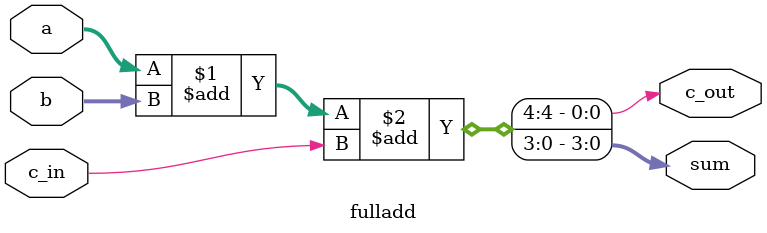
<source format=v>
module fulladd (
    input [3:0] a,
    input [3:0] b,
    input c_in,
    output c_out,
    output [3:0] sum
);

assign {c_out, sum} = a+b+c_in;
endmodule
</source>
